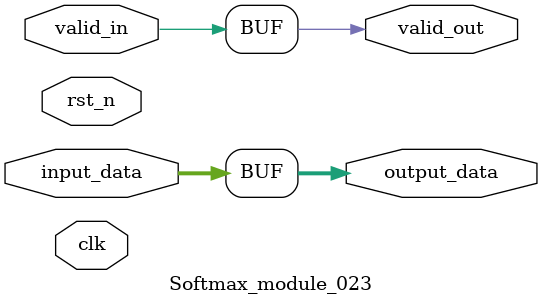
<source format=v>

module Softmax_module_023 (
    input clk,
    input rst_n,
    input valid_in,
    output valid_out,
    // Add specific ports based on operator type
    input [31:0] input_data,
    output [31:0] output_data
);

    // Module implementation would go here
    // This is a template - actual implementation depends on the operator
    
        // Generic operator implementation
    assign output_data = input_data; // Placeholder
    assign valid_out = valid_in;

endmodule

</source>
